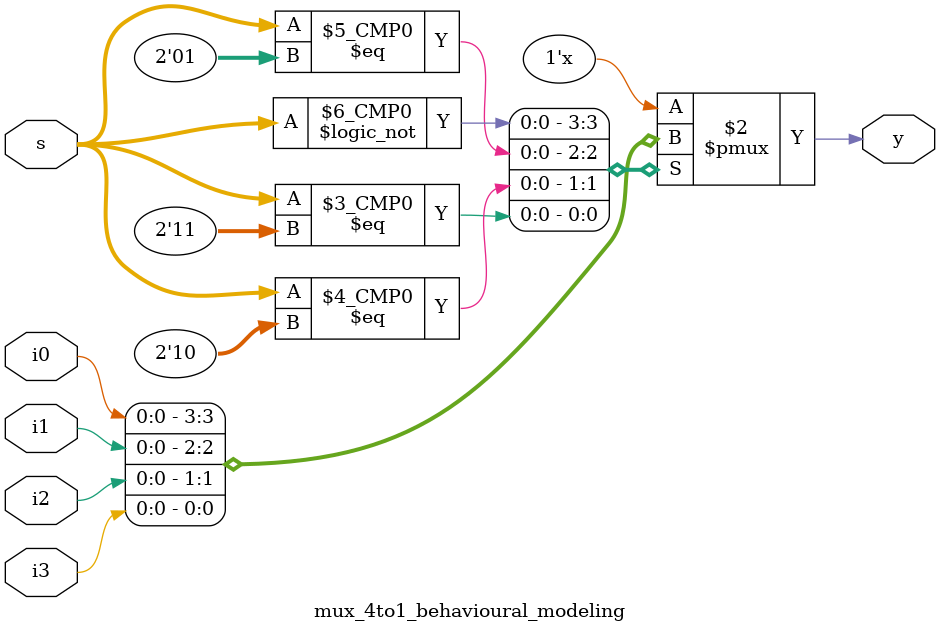
<source format=v>
module mux_4to1_behavioural_modeling(input i0,i1,i2,i3,
                                     input [1:0]s,
                                     output reg y);
                                     
 always @(*)begin
 case(s)
   2'h0:y=i0;
   2'h1:y=i1;
   2'h2:y=i2;
   2'h3:y=i3;
 endcase
 end  
                                          
endmodule

</source>
